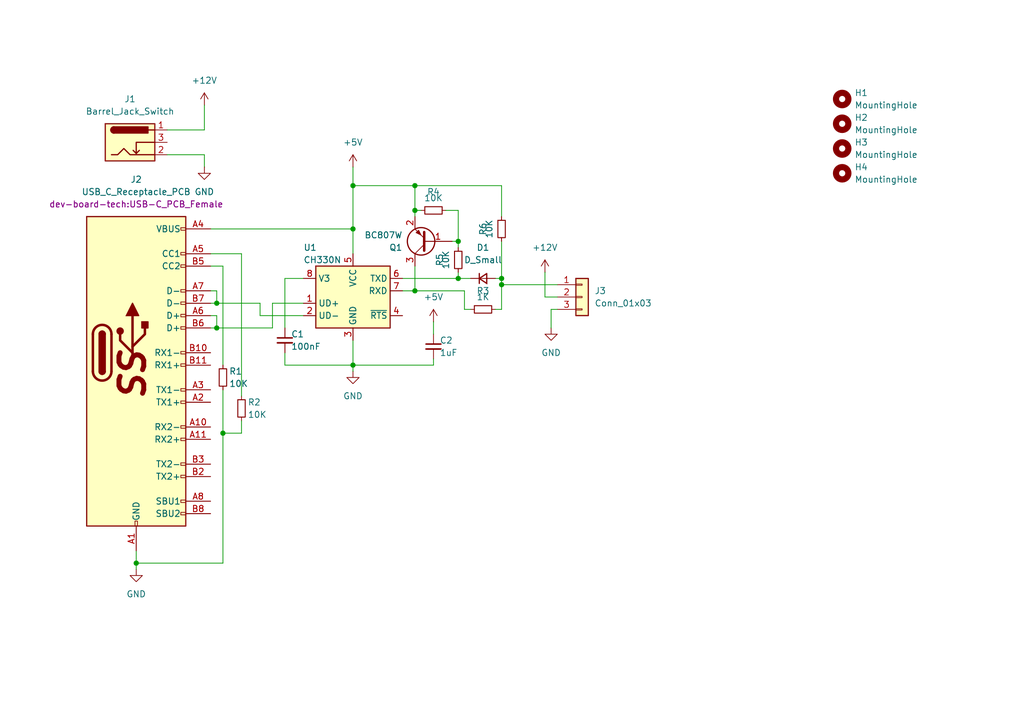
<source format=kicad_sch>
(kicad_sch (version 20231120) (generator "eeschema") (generator_version "8.0")
  (paper "A5")
  (lib_symbols
    (symbol "Connector:Barrel_Jack_Switch" (pin_names hide)
      (property "Reference" "J" (at 0 5.334 0))
      (property "Value" "Barrel_Jack_Switch" (at 0 -5.08 0))
      (symbol "Barrel_Jack_Switch_0_1"
        (rectangle (start -5.08 3.81) (end 5.08 -3.81) (stroke (width 0.254)) (fill (type background)))
        (arc (start -3.302 3.175) (mid -3.9343 2.54) (end -3.302 1.905) (stroke (width 0.254)))
        (arc (start -3.302 3.175) (mid -3.9343 2.54) (end -3.302 1.905) (stroke (width 0.254)) (fill (type outline)))
        (polyline (pts (xy 1.27 -2.286) (xy 1.905 -1.651)) (stroke (width 0.254)))
        (polyline (pts (xy 5.08 2.54) (xy 3.81 2.54)) (stroke (width 0.254)))
        (polyline (pts (xy 5.08 0) (xy 1.27 0) (xy 1.27 -2.286) (xy 0.635 -1.651)) (stroke (width 0.254)))
        (polyline (pts (xy -3.81 -2.54) (xy -2.54 -2.54) (xy -1.27 -1.27) (xy 0 -2.54) (xy 2.54 -2.54) (xy 5.08 -2.54)) (stroke (width 0.254)))
        (rectangle (start 3.683 3.175) (end -3.302 1.905) (stroke (width 0.254)) (fill (type outline)))
      )
      (symbol "Barrel_Jack_Switch_1_1"
        (pin passive line (at 7.62 2.54 180) (length 2.54) (name "~") (number "1"))
        (pin passive line (at 7.62 -2.54 180) (length 2.54) (name "~") (number "2"))
        (pin passive line (at 7.62 0 180) (length 2.54) (name "~") (number "3"))
      )
    )
    (symbol "Connector_Generic:Conn_01x03" (pin_names (offset 1.016) hide)
      (property "Reference" "J" (at 0 5.08 0))
      (property "Value" "Conn_01x03" (at 0 -5.08 0))
      (symbol "Conn_01x03_1_1"
        (rectangle (start -1.27 -2.413) (end 0 -2.667) (stroke (width 0.1524)))
        (rectangle (start -1.27 0.127) (end 0 -0.127) (stroke (width 0.1524)))
        (rectangle (start -1.27 2.667) (end 0 2.413) (stroke (width 0.1524)))
        (rectangle (start -1.27 3.81) (end 1.27 -3.81) (stroke (width 0.254)) (fill (type background)))
        (pin passive line (at -5.08 2.54 0) (length 3.81) (name "Pin_1") (number "1"))
        (pin passive line (at -5.08 0 0) (length 3.81) (name "Pin_2") (number "2"))
        (pin passive line (at -5.08 -2.54 0) (length 3.81) (name "Pin_3") (number "3"))
      )
    )
    (symbol "Device:C_Small" (pin_numbers hide) (pin_names (offset 0.254) hide)
      (property "Reference" "C" (at 0.254 1.778 0))
      (property "Value" "C_Small" (at 0.254 -2.032 0))
      (symbol "C_Small_0_1"
        (polyline (pts (xy -1.524 -0.508) (xy 1.524 -0.508)) (stroke (width 0.3302)))
        (polyline (pts (xy -1.524 0.508) (xy 1.524 0.508)) (stroke (width 0.3048)))
      )
      (symbol "C_Small_1_1"
        (pin passive line (at 0 2.54 270) (length 2.032) (name "~") (number "1"))
        (pin passive line (at 0 -2.54 90) (length 2.032) (name "~") (number "2"))
      )
    )
    (symbol "Device:D_Small" (pin_numbers hide) (pin_names (offset 0.254) hide)
      (property "Reference" "D" (at -1.27 2.032 0))
      (property "Value" "D_Small" (at -3.81 -2.032 0))
      (symbol "D_Small_0_1"
        (polyline (pts (xy -0.762 -1.016) (xy -0.762 1.016)) (stroke (width 0.254)))
        (polyline (pts (xy -0.762 0) (xy 0.762 0)))
        (polyline (pts (xy 0.762 -1.016) (xy -0.762 0) (xy 0.762 1.016) (xy 0.762 -1.016)) (stroke (width 0.254)))
      )
      (symbol "D_Small_1_1"
        (pin passive line (at -2.54 0 0) (length 1.778) (name "K") (number "1"))
        (pin passive line (at 2.54 0 180) (length 1.778) (name "A") (number "2"))
      )
    )
    (symbol "Device:R_Small" (pin_numbers hide) (pin_names (offset 0.254) hide)
      (property "Reference" "R" (at 0.762 0.508 0))
      (property "Value" "R_Small" (at 0.762 -1.016 0))
      (symbol "R_Small_0_1"
        (rectangle (start -0.762 1.778) (end 0.762 -1.778) (stroke (width 0.2032)))
      )
      (symbol "R_Small_1_1"
        (pin passive line (at 0 2.54 270) (length 0.762) (name "~") (number "1"))
        (pin passive line (at 0 -2.54 90) (length 0.762) (name "~") (number "2"))
      )
    )
    (symbol "Interface_USB:CH330N"
      (property "Reference" "U" (at -7.62 6.35 0))
      (property "Value" "CH330N" (at 7.62 6.35 0))
      (symbol "CH330N_0_1"
        (rectangle (start -7.62 5.08) (end 7.62 -7.62) (stroke (width 0.254)) (fill (type background)))
      )
      (symbol "CH330N_1_1"
        (pin bidirectional line (at -10.16 -2.54 0) (length 2.54) (name "UD+") (number "1"))
        (pin bidirectional line (at -10.16 -5.08 0) (length 2.54) (name "UD-") (number "2"))
        (pin power_in line (at 0 -10.16 90) (length 2.54) (name "GND") (number "3"))
        (pin output line (at 10.16 -5.08 180) (length 2.54) (name "~{RTS}") (number "4"))
        (pin power_in line (at 0 7.62 270) (length 2.54) (name "VCC") (number "5"))
        (pin output line (at 10.16 2.54 180) (length 2.54) (name "TXD") (number "6"))
        (pin input line (at 10.16 0 180) (length 2.54) (name "RXD") (number "7"))
        (pin passive line (at -10.16 2.54 0) (length 2.54) (name "V3") (number "8"))
      )
    )
    (symbol "Mechanical:MountingHole" (pin_names (offset 1.016)) (exclude_from_sim yes) (in_bom no)
      (property "Reference" "H" (at 0 5.08 0))
      (property "Value" "MountingHole" (at 0 3.175 0))
      (symbol "MountingHole_0_1"
        (circle (center 0 0) (radius 1.27) (stroke (width 1.27)))
      )
    )
    (symbol "Transistor_BJT:BC807" (pin_names (offset 0) hide)
      (property "Reference" "Q" (at 5.08 1.905 0))
      (property "Value" "BC807" (at 5.08 0 0))
      (symbol "BC807_0_1"
        (polyline (pts (xy 0.635 0.635) (xy 2.54 2.54)))
        (polyline (pts (xy 0.635 -0.635) (xy 2.54 -2.54) (xy 2.54 -2.54)))
        (polyline (pts (xy 0.635 1.905) (xy 0.635 -1.905) (xy 0.635 -1.905)) (stroke (width 0.508)))
        (polyline (pts (xy 2.286 -1.778) (xy 1.778 -2.286) (xy 1.27 -1.27) (xy 2.286 -1.778) (xy 2.286 -1.778)) (fill (type outline)))
        (circle (center 1.27 0) (radius 2.8194) (stroke (width 0.254)))
      )
      (symbol "BC807_1_1"
        (pin input line (at -5.08 0 0) (length 5.715) (name "B") (number "1"))
        (pin passive line (at 2.54 -5.08 90) (length 2.54) (name "E") (number "2"))
        (pin passive line (at 2.54 5.08 270) (length 2.54) (name "C") (number "3"))
      )
    )
    (symbol "dev-board-tech_USB:USB_C_Receptacle_PCB" (pin_names (offset 1.016))
      (property "Reference" "J" (at -10.16 29.21 0))
      (property "Value" "USB_C_Receptacle_PCB" (at 10.16 29.21 0))
      (property "Footprint" "Personal_Components:USB-C_PCB_Female" (at 3.81 0 0))
      (symbol "USB_C_Receptacle_PCB_0_0"
        (rectangle (start -0.254 -35.56) (end 0.254 -34.544))
        (rectangle (start 10.16 -32.766) (end 9.144 -33.274))
        (rectangle (start 10.16 -30.226) (end 9.144 -30.734))
        (rectangle (start 10.16 -25.146) (end 9.144 -25.654))
        (rectangle (start 10.16 -22.606) (end 9.144 -23.114))
        (rectangle (start 10.16 -17.526) (end 9.144 -18.034))
        (rectangle (start 10.16 -14.986) (end 9.144 -15.494))
        (rectangle (start 10.16 -9.906) (end 9.144 -10.414))
        (rectangle (start 10.16 -7.366) (end 9.144 -7.874))
        (rectangle (start 10.16 -2.286) (end 9.144 -2.794))
        (rectangle (start 10.16 0.254) (end 9.144 -0.254))
        (rectangle (start 10.16 5.334) (end 9.144 4.826))
        (rectangle (start 10.16 7.874) (end 9.144 7.366))
        (rectangle (start 10.16 10.414) (end 9.144 9.906))
        (rectangle (start 10.16 12.954) (end 9.144 12.446))
        (rectangle (start 10.16 18.034) (end 9.144 17.526))
        (rectangle (start 10.16 20.574) (end 9.144 20.066))
        (rectangle (start 10.16 25.654) (end 9.144 25.146))
        (text "SS" (at -0.762 -4.445 900) (effects (font (size 5.08 5.08) (bold yes) (italic yes))))
      )
      (symbol "USB_C_Receptacle_PCB_0_1"
        (rectangle (start -10.16 27.94) (end 10.16 -35.56) (stroke (width 0.254)) (fill (type background)))
        (arc (start -8.89 -3.81) (mid -6.985 -5.7066) (end -5.08 -3.81) (stroke (width 0.508)))
        (arc (start -7.62 -3.81) (mid -6.985 -4.4422) (end -6.35 -3.81) (stroke (width 0.254)))
        (arc (start -7.62 -3.81) (mid -6.985 -4.4422) (end -6.35 -3.81) (stroke (width 0.254)) (fill (type outline)))
        (rectangle (start -7.62 -3.81) (end -6.35 3.81) (stroke (width 0.254)) (fill (type outline)))
        (arc (start -6.35 3.81) (mid -6.985 4.4422) (end -7.62 3.81) (stroke (width 0.254)))
        (arc (start -6.35 3.81) (mid -6.985 4.4422) (end -7.62 3.81) (stroke (width 0.254)) (fill (type outline)))
        (arc (start -5.08 3.81) (mid -6.985 5.7066) (end -8.89 3.81) (stroke (width 0.508)))
        (circle (center -3.302 4.445) (radius 0.635) (stroke (width 0.254)) (fill (type outline)))
        (polyline (pts (xy -8.89 -3.81) (xy -8.89 3.81)) (stroke (width 0.508)))
        (polyline (pts (xy -5.08 3.81) (xy -5.08 -3.81)) (stroke (width 0.508)))
        (polyline (pts (xy -0.762 -1.27) (xy -0.762 7.62)) (stroke (width 0.508)))
        (polyline (pts (xy -0.762 0) (xy -3.302 2.54) (xy -3.302 3.81)) (stroke (width 0.508)))
        (polyline (pts (xy -0.762 1.27) (xy 1.778 3.81) (xy 1.778 5.08)) (stroke (width 0.508)))
        (polyline (pts (xy -2.032 7.62) (xy -0.762 10.16) (xy 0.508 7.62) (xy -2.032 7.62)) (stroke (width 0.254)) (fill (type outline)))
        (rectangle (start 1.143 5.08) (end 2.413 6.35) (stroke (width 0.254)) (fill (type outline)))
      )
      (symbol "USB_C_Receptacle_PCB_1_1"
        (pin power_in line (at 0 -40.64 90) (length 5.08) (name "GND") (number "A1"))
        (pin bidirectional line (at 15.24 -15.24 180) (length 5.08) (name "RX2-") (number "A10"))
        (pin bidirectional line (at 15.24 -17.78 180) (length 5.08) (name "RX2+") (number "A11"))
        (pin passive line (at 0 -40.64 90) (length 5.08) hide (name "GND") (number "A12"))
        (pin bidirectional line (at 15.24 -10.16 180) (length 5.08) (name "TX1+") (number "A2"))
        (pin bidirectional line (at 15.24 -7.62 180) (length 5.08) (name "TX1-") (number "A3"))
        (pin power_in line (at 15.24 25.4 180) (length 5.08) (name "VBUS") (number "A4"))
        (pin bidirectional line (at 15.24 20.32 180) (length 5.08) (name "CC1") (number "A5"))
        (pin bidirectional line (at 15.24 7.62 180) (length 5.08) (name "D+") (number "A6"))
        (pin bidirectional line (at 15.24 12.7 180) (length 5.08) (name "D-") (number "A7"))
        (pin bidirectional line (at 15.24 -30.48 180) (length 5.08) (name "SBU1") (number "A8"))
        (pin passive line (at 15.24 25.4 180) (length 5.08) hide (name "VBUS") (number "A9"))
        (pin passive line (at 0 -40.64 90) (length 5.08) hide (name "GND") (number "B1"))
        (pin bidirectional line (at 15.24 0 180) (length 5.08) (name "RX1-") (number "B10"))
        (pin bidirectional line (at 15.24 -2.54 180) (length 5.08) (name "RX1+") (number "B11"))
        (pin passive line (at 0 -40.64 90) (length 5.08) hide (name "GND") (number "B12"))
        (pin bidirectional line (at 15.24 -25.4 180) (length 5.08) (name "TX2+") (number "B2"))
        (pin bidirectional line (at 15.24 -22.86 180) (length 5.08) (name "TX2-") (number "B3"))
        (pin passive line (at 15.24 25.4 180) (length 5.08) hide (name "VBUS") (number "B4"))
        (pin bidirectional line (at 15.24 17.78 180) (length 5.08) (name "CC2") (number "B5"))
        (pin bidirectional line (at 15.24 5.08 180) (length 5.08) (name "D+") (number "B6"))
        (pin bidirectional line (at 15.24 10.16 180) (length 5.08) (name "D-") (number "B7"))
        (pin bidirectional line (at 15.24 -33.02 180) (length 5.08) (name "SBU2") (number "B8"))
        (pin passive line (at 15.24 25.4 180) (length 5.08) hide (name "VBUS") (number "B9"))
      )
    )
    (symbol "power:+12V" (power) (pin_numbers hide) (pin_names (offset 0) hide)
      (property "Value" "+12V" (at 0 3.556 0))
      (symbol "+12V_0_1"
        (polyline (pts (xy -0.762 1.27) (xy 0 2.54)))
        (polyline (pts (xy 0 0) (xy 0 2.54)))
        (polyline (pts (xy 0 2.54) (xy 0.762 1.27)))
      )
      (symbol "+12V_1_1"
        (pin power_in line (at 0 0 90) (length 0) (name "~") (number "1"))
      )
    )
    (symbol "power:+5V" (power) (pin_numbers hide) (pin_names (offset 0) hide)
      (property "Value" "+5V" (at 0 3.556 0))
      (symbol "+5V_0_1"
        (polyline (pts (xy -0.762 1.27) (xy 0 2.54)))
        (polyline (pts (xy 0 0) (xy 0 2.54)))
        (polyline (pts (xy 0 2.54) (xy 0.762 1.27)))
      )
      (symbol "+5V_1_1"
        (pin power_in line (at 0 0 90) (length 0) (name "~") (number "1"))
      )
    )
    (symbol "power:GND" (power) (pin_numbers hide) (pin_names (offset 0) hide)
      (property "Value" "GND" (at 0 -3.81 0))
      (symbol "GND_0_1"
        (polyline (pts (xy 0 0) (xy 0 -1.27) (xy 1.27 -1.27) (xy 0 -2.54) (xy -1.27 -1.27) (xy 0 -1.27)))
      )
      (symbol "GND_1_1"
        (pin power_in line (at 0 0 270) (length 0) (name "~") (number "1"))
      )
    )
  )
  (junction (at 102.87 58.42))
  (junction (at 72.39 46.99))
  (junction (at 85.09 59.69))
  (junction (at 102.87 57.15))
  (junction (at 45.72 88.9))
  (junction (at 27.94 115.57))
  (junction (at 93.98 57.15))
  (junction (at 72.39 74.93))
  (junction (at 72.39 38.1))
  (junction (at 85.09 38.1))
  (junction (at 44.45 62.23))
  (junction (at 44.45 67.31))
  (junction (at 93.98 49.53))
  (junction (at 85.09 43.18))
  (wire (pts (xy 91.44 43.18) (xy 93.98 43.18)))
  (wire (pts (xy 72.39 38.1) (xy 72.39 46.99)))
  (wire (pts (xy 43.18 64.77) (xy 44.45 64.77)))
  (wire (pts (xy 102.87 58.42) (xy 102.87 57.15)))
  (wire (pts (xy 111.76 60.96) (xy 114.3 60.96)))
  (wire (pts (xy 102.87 38.1) (xy 85.09 38.1)))
  (wire (pts (xy 27.94 115.57) (xy 27.94 116.84)))
  (wire (pts (xy 95.25 63.5) (xy 96.52 63.5)))
  (wire (pts (xy 101.6 63.5) (xy 102.87 63.5)))
  (wire (pts (xy 41.91 31.75) (xy 41.91 34.29)))
  (wire (pts (xy 88.9 66.04) (xy 88.9 68.58)))
  (wire (pts (xy 53.34 64.77) (xy 62.23 64.77)))
  (wire (pts (xy 85.09 54.61) (xy 85.09 59.69)))
  (wire (pts (xy 44.45 67.31) (xy 55.88 67.31)))
  (wire (pts (xy 49.53 81.28) (xy 49.53 52.07)))
  (wire (pts (xy 34.29 26.67) (xy 41.91 26.67)))
  (wire (pts (xy 93.98 55.88) (xy 93.98 57.15)))
  (wire (pts (xy 93.98 43.18) (xy 93.98 49.53)))
  (wire (pts (xy 72.39 69.85) (xy 72.39 74.93)))
  (wire (pts (xy 85.09 59.69) (xy 95.25 59.69)))
  (wire (pts (xy 44.45 64.77) (xy 44.45 67.31)))
  (wire (pts (xy 45.72 74.93) (xy 45.72 54.61)))
  (wire (pts (xy 55.88 67.31) (xy 55.88 62.23)))
  (wire (pts (xy 62.23 57.15) (xy 58.42 57.15)))
  (wire (pts (xy 43.18 59.69) (xy 44.45 59.69)))
  (wire (pts (xy 49.53 52.07) (xy 43.18 52.07)))
  (wire (pts (xy 72.39 74.93) (xy 72.39 76.2)))
  (wire (pts (xy 93.98 49.53) (xy 93.98 50.8)))
  (wire (pts (xy 44.45 67.31) (xy 43.18 67.31)))
  (wire (pts (xy 72.39 74.93) (xy 58.42 74.93)))
  (wire (pts (xy 102.87 49.53) (xy 102.87 57.15)))
  (wire (pts (xy 53.34 62.23) (xy 53.34 64.77)))
  (wire (pts (xy 82.55 57.15) (xy 93.98 57.15)))
  (wire (pts (xy 102.87 63.5) (xy 102.87 58.42)))
  (wire (pts (xy 113.03 67.31) (xy 113.03 63.5)))
  (wire (pts (xy 72.39 46.99) (xy 72.39 52.07)))
  (wire (pts (xy 72.39 34.29) (xy 72.39 38.1)))
  (wire (pts (xy 111.76 55.88) (xy 111.76 60.96)))
  (wire (pts (xy 82.55 59.69) (xy 85.09 59.69)))
  (wire (pts (xy 95.25 59.69) (xy 95.25 63.5)))
  (wire (pts (xy 85.09 38.1) (xy 85.09 43.18)))
  (wire (pts (xy 58.42 74.93) (xy 58.42 72.39)))
  (wire (pts (xy 88.9 73.66) (xy 88.9 74.93)))
  (wire (pts (xy 93.98 57.15) (xy 96.52 57.15)))
  (wire (pts (xy 113.03 63.5) (xy 114.3 63.5)))
  (wire (pts (xy 44.45 59.69) (xy 44.45 62.23)))
  (wire (pts (xy 45.72 80.01) (xy 45.72 88.9)))
  (wire (pts (xy 58.42 57.15) (xy 58.42 67.31)))
  (wire (pts (xy 102.87 44.45) (xy 102.87 38.1)))
  (wire (pts (xy 27.94 115.57) (xy 27.94 113.03)))
  (wire (pts (xy 85.09 44.45) (xy 85.09 43.18)))
  (wire (pts (xy 102.87 57.15) (xy 101.6 57.15)))
  (wire (pts (xy 34.29 31.75) (xy 41.91 31.75)))
  (wire (pts (xy 55.88 62.23) (xy 62.23 62.23)))
  (wire (pts (xy 43.18 46.99) (xy 72.39 46.99)))
  (wire (pts (xy 45.72 88.9) (xy 45.72 115.57)))
  (wire (pts (xy 49.53 86.36) (xy 49.53 88.9)))
  (wire (pts (xy 45.72 54.61) (xy 43.18 54.61)))
  (wire (pts (xy 44.45 62.23) (xy 43.18 62.23)))
  (wire (pts (xy 44.45 62.23) (xy 53.34 62.23)))
  (wire (pts (xy 88.9 74.93) (xy 72.39 74.93)))
  (wire (pts (xy 85.09 38.1) (xy 72.39 38.1)))
  (wire (pts (xy 41.91 26.67) (xy 41.91 21.59)))
  (wire (pts (xy 102.87 58.42) (xy 114.3 58.42)))
  (wire (pts (xy 93.98 49.53) (xy 92.71 49.53)))
  (wire (pts (xy 85.09 43.18) (xy 86.36 43.18)))
  (wire (pts (xy 49.53 88.9) (xy 45.72 88.9)))
  (wire (pts (xy 45.72 115.57) (xy 27.94 115.57)))
  (symbol (lib_id "power:+12V") (at 111.76 55.88 0) (unit 1)
    (property "Reference" "#PWR07" (effects (hide yes)))
    (property "Value" "+12V" (at 111.76 50.8 0))
    (property "Description" "Power symbol creates a global label with name \"+12V\"" (effects (hide yes)))
  )
  (symbol (lib_id "power:GND") (at 27.94 116.84 0) (unit 1)
    (property "Reference" "#PWR03" (effects (hide yes)))
    (property "Value" "GND" (at 27.94 121.92 0))
    (property "Description" "Power symbol creates a global label with name \"GND\" , ground" (effects (hide yes)))
  )
  (symbol (lib_id "Device:R_Small") (at 93.98 53.34 180) (unit 1)
    (property "Reference" "R5" (at 90.17 53.34 90))
    (property "Value" "10K" (at 91.44 53.34 90))
    (property "Footprint" "Resistor_SMD:R_0603_1608Metric" (effects (hide yes)))
    (property "Description" "Resistor, small symbol" (effects (hide yes)))
  )
  (symbol (lib_id "Device:D_Small") (at 99.06 57.15 0) (unit 1)
    (property "Reference" "D1" (at 99.06 50.8 0))
    (property "Value" "D_Small" (at 99.06 53.34 0))
    (property "Footprint" "Diode_SMD:D_0603_1608Metric" (effects (hide yes)))
    (property "Description" "Diode, small symbol" (effects (hide yes)))
    (property "Sim.Device" "D" (effects (hide yes)))
    (property "Sim.Pins" "1=K 2=A" (effects (hide yes)))
  )
  (symbol (lib_id "Device:C_Small") (at 88.9 71.12 0) (unit 1)
    (property "Reference" "C2" (at 90.17 69.85 0) (effects (justify left)))
    (property "Value" "1uF" (at 90.17 72.39 0) (effects (justify left)))
    (property "Footprint" "Capacitor_SMD:C_0805_2012Metric" (effects (hide yes)))
    (property "Description" "Unpolarized capacitor, small symbol" (effects (hide yes)))
  )
  (symbol (lib_id "power:GND") (at 113.03 67.31 0) (unit 1)
    (property "Reference" "#PWR04" (effects (hide yes)))
    (property "Value" "GND" (at 113.03 72.39 0))
    (property "Description" "Power symbol creates a global label with name \"GND\" , ground" (effects (hide yes)))
  )
  (symbol (lib_id "power:+5V") (at 88.9 66.04 0) (unit 1)
    (property "Reference" "#PWR08" (effects (hide yes)))
    (property "Value" "+5V" (at 88.9 60.96 0))
    (property "Description" "Power symbol creates a global label with name \"+5V\"" (effects (hide yes)))
  )
  (symbol (lib_id "dev-board-tech_USB:USB_C_Receptacle_PCB") (at 27.94 72.39 0) (unit 1)
    (property "Reference" "J2" (at 27.94 36.83 0))
    (property "Value" "USB_C_Receptacle_PCB" (at 27.94 39.37 0))
    (property "Footprint" "dev-board-tech:USB-C_PCB_Female" (at 27.94 41.91 0))
    (property "Datasheet" "https://www.usb.org/sites/default/files/documents/usb_type-c.zip" (effects (hide yes)))
    (property "Description" "USB Full-Featured Type-C Receptacle connector" (effects (hide yes)))
  )
  (symbol (lib_id "Device:R_Small") (at 99.06 63.5 90) (unit 1)
    (property "Reference" "R3" (at 99.06 59.69 90))
    (property "Value" "1K" (at 99.06 60.96 90))
    (property "Footprint" "Resistor_SMD:R_0603_1608Metric" (effects (hide yes)))
    (property "Description" "Resistor, small symbol" (effects (hide yes)))
  )
  (symbol (lib_id "Mechanical:MountingHole") (at 172.72 30.48 0) (unit 1) (exclude_from_sim yes) (in_bom no)
    (property "Reference" "H3" (at 175.26 29.2099 0) (effects (justify left)))
    (property "Value" "MountingHole" (at 175.26 31.7499 0) (effects (justify left)))
    (property "Footprint" "MountingHole:MountingHole_2.5mm" (effects (hide yes)))
    (property "Description" "Mounting Hole without connection" (effects (hide yes)))
  )
  (symbol (lib_id "Mechanical:MountingHole") (at 172.72 35.56 0) (unit 1) (exclude_from_sim yes) (in_bom no)
    (property "Reference" "H4" (at 175.26 34.2899 0) (effects (justify left)))
    (property "Value" "MountingHole" (at 175.26 36.8299 0) (effects (justify left)))
    (property "Footprint" "MountingHole:MountingHole_2.5mm" (effects (hide yes)))
    (property "Description" "Mounting Hole without connection" (effects (hide yes)))
  )
  (symbol (lib_id "Device:R_Small") (at 49.53 83.82 0) (unit 1)
    (property "Reference" "R2" (at 50.8 82.55 0) (effects (justify left)))
    (property "Value" "10K" (at 50.8 85.09 0) (effects (justify left)))
    (property "Footprint" "Resistor_SMD:R_0603_1608Metric" (effects (hide yes)))
    (property "Description" "Resistor, small symbol" (effects (hide yes)))
  )
  (symbol (lib_id "Device:R_Small") (at 45.72 77.47 0) (unit 1)
    (property "Reference" "R1" (at 46.99 76.2 0) (effects (justify left)))
    (property "Value" "10K" (at 46.99 78.74 0) (effects (justify left)))
    (property "Footprint" "Resistor_SMD:R_0603_1608Metric" (effects (hide yes)))
    (property "Description" "Resistor, small symbol" (effects (hide yes)))
  )
  (symbol (lib_id "Mechanical:MountingHole") (at 172.72 25.4 0) (unit 1) (exclude_from_sim yes) (in_bom no)
    (property "Reference" "H2" (at 175.26 24.1299 0) (effects (justify left)))
    (property "Value" "MountingHole" (at 175.26 26.6699 0) (effects (justify left)))
    (property "Footprint" "MountingHole:MountingHole_2.5mm" (effects (hide yes)))
    (property "Description" "Mounting Hole without connection" (effects (hide yes)))
  )
  (symbol (lib_id "Device:C_Small") (at 58.42 69.85 0) (unit 1)
    (property "Reference" "C1" (at 59.69 68.58 0) (effects (justify left)))
    (property "Value" "100nF" (at 59.69 71.12 0) (effects (justify left)))
    (property "Footprint" "Capacitor_SMD:C_0603_1608Metric" (effects (hide yes)))
    (property "Description" "Unpolarized capacitor, small symbol" (effects (hide yes)))
  )
  (symbol (lib_id "Interface_USB:CH330N") (at 72.39 59.69 0) (unit 1)
    (property "Reference" "U1" (at 62.23 50.8 0) (effects (justify left)))
    (property "Value" "CH330N" (at 62.23 53.34 0) (effects (justify left)))
    (property "Footprint" "Package_SO:SOIC-8_3.9x4.9mm_P1.27mm" (effects (hide yes)))
    (property "Datasheet" "http://www.wch.cn/downloads/file/240.html" (effects (hide yes)))
    (property "Description" "USB serial converter, UART, SOIC-8" (effects (hide yes)))
  )
  (symbol (lib_id "power:+12V") (at 41.91 21.59 0) (unit 1)
    (property "Reference" "#PWR05" (effects (hide yes)))
    (property "Value" "+12V" (at 41.91 16.51 0))
    (property "Description" "Power symbol creates a global label with name \"+12V\"" (effects (hide yes)))
  )
  (symbol (lib_id "power:+5V") (at 72.39 34.29 0) (unit 1)
    (property "Reference" "#PWR02" (effects (hide yes)))
    (property "Value" "+5V" (at 72.39 29.21 0))
    (property "Description" "Power symbol creates a global label with name \"+5V\"" (effects (hide yes)))
  )
  (symbol (lib_id "Device:R_Small") (at 102.87 46.99 180) (unit 1)
    (property "Reference" "R6" (at 99.06 46.99 90))
    (property "Value" "10K" (at 100.33 46.99 90))
    (property "Footprint" "Resistor_SMD:R_0603_1608Metric" (effects (hide yes)))
    (property "Description" "Resistor, small symbol" (effects (hide yes)))
  )
  (symbol (lib_id "Transistor_BJT:BC807") (at 87.63 49.53 180) (unit 1)
    (property "Reference" "Q1" (at 82.55 50.8001 0) (effects (justify left)))
    (property "Value" "BC807W" (at 82.55 48.2601 0) (effects (justify left)))
    (property "Footprint" "Package_TO_SOT_SMD:SOT-23" (effects (hide yes)))
    (property "Datasheet" "https://www.onsemi.com/pub/Collateral/BC808-D.pdf" (effects (hide yes)))
    (property "Description" "0.8A Ic, 45V Vce, PNP Transistor, SOT-23" (effects (hide yes)))
  )
  (symbol (lib_id "power:GND") (at 72.39 76.2 0) (unit 1)
    (property "Reference" "#PWR01" (effects (hide yes)))
    (property "Value" "GND" (at 72.39 81.28 0))
    (property "Description" "Power symbol creates a global label with name \"GND\" , ground" (effects (hide yes)))
  )
  (symbol (lib_id "Device:R_Small") (at 88.9 43.18 90) (unit 1)
    (property "Reference" "R4" (at 88.9 39.37 90))
    (property "Value" "10K" (at 88.9 40.64 90))
    (property "Footprint" "Resistor_SMD:R_0603_1608Metric" (effects (hide yes)))
    (property "Description" "Resistor, small symbol" (effects (hide yes)))
  )
  (symbol (lib_id "Connector:Barrel_Jack_Switch") (at 26.67 29.21 0) (unit 1)
    (property "Reference" "J1" (at 26.67 20.32 0))
    (property "Value" "Barrel_Jack_Switch" (at 26.67 22.86 0))
    (property "Footprint" "Connector_BarrelJack:BarrelJack_GCT_DCJ200-10-A_Horizontal" (effects (hide yes)))
    (property "Description" "DC Barrel Jack with an internal switch" (effects (hide yes)))
  )
  (symbol (lib_id "Mechanical:MountingHole") (at 172.72 20.32 0) (unit 1) (exclude_from_sim yes) (in_bom no)
    (property "Reference" "H1" (at 175.26 19.0499 0) (effects (justify left)))
    (property "Value" "MountingHole" (at 175.26 21.5899 0) (effects (justify left)))
    (property "Footprint" "MountingHole:MountingHole_2.5mm" (effects (hide yes)))
    (property "Description" "Mounting Hole without connection" (effects (hide yes)))
  )
  (symbol (lib_id "Connector_Generic:Conn_01x03") (at 119.38 60.96 0) (unit 1)
    (property "Reference" "J3" (at 121.92 59.6899 0) (effects (justify left)))
    (property "Value" "Conn_01x03" (at 121.92 62.2299 0) (effects (justify left)))
    (property "Footprint" "Connector_Molex:Molex_SPOX_5267-03A_1x03_P2.50mm_Vertical" (effects (hide yes)))
    (property "Description" "Generic connector, single row, 01x03, script generated (kicad-library-utils/schlib/autogen/connector/)" (effects (hide yes)))
  )
  (symbol (lib_id "power:GND") (at 41.91 34.29 0) (unit 1)
    (property "Reference" "#PWR06" (effects (hide yes)))
    (property "Value" "GND" (at 41.91 39.37 0))
    (property "Description" "Power symbol creates a global label with name \"GND\" , ground" (effects (hide yes)))
  )
)
</source>
